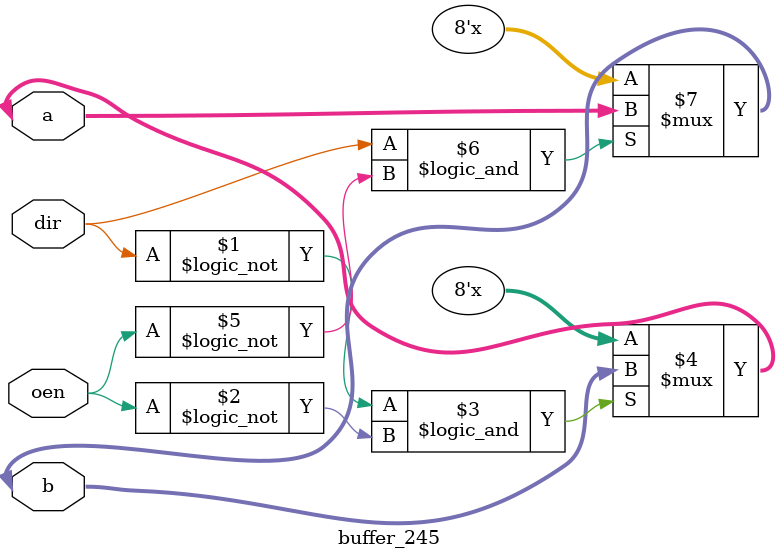
<source format=v>
module buffer_245 (
    input dir,
    input oen,
    inout [7:0] a,
    inout [7:0] b);

    assign a = !dir && !oen ? b : 8'bZ;
    assign b = dir && !oen ? a : 8'bZ;

endmodule
</source>
